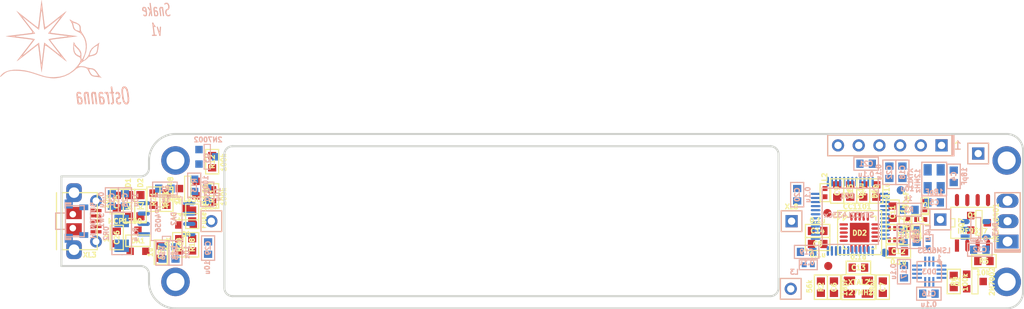
<source format=kicad_pcb>
(kicad_pcb (version 20210126) (generator pcbnew)
  (layers (0 "F.Cu" signal) (1 "In1.Cu" signal) (2 "In2.Cu" signal) (31 "B.Cu" signal) (36 "B.SilkS" user "B.Silkscreen") (37 "F.SilkS" user "F.Silkscreen") (38 "B.Mask" user) (39 "F.Mask" user) (44 "Edge.Cuts" user))
  (net 0 "")
  (net 1 "GND")
  (net 2 "/BAT_IN")
  (net 3 "/RF1")
  (net 4 "/RF2")
  (net 5 "/RF3")
  (net 6 "/ANT1")
  (net 7 "/ANT2")
  (net 8 "Net-(C6-Pad1)")
  (net 9 "Net-(C7-Pad1)")
  (net 10 "Net-(C8-Pad2)")
  (net 11 "VCC")
  (net 12 "/ACC_PWR")
  (net 13 "PwrMCU")
  (net 14 "/MCU_VDDA")
  (net 15 "/5V_USB")
  (net 16 "+3v3")
  (net 17 "/5V_MID")
  (net 18 "Net-(C31-Pad1)")
  (net 19 "Net-(DA2-Pad2)")
  (net 20 "/IS_CHARGING")
  (net 21 "/ChrgEn")
  (net 22 "/ACC_INT1")
  (net 23 "Net-(DD1-Pad4)")
  (net 24 "Net-(DD1-Pad7)")
  (net 25 "Net-(C4-Pad1)")
  (net 26 "Net-(C5-Pad1)")
  (net 27 "/CC_GDO0")
  (net 28 "/CC_SCK")
  (net 29 "/CC_MISO")
  (net 30 "/CC_MOSI")
  (net 31 "/ADC_BAT_EN")
  (net 32 "/ADC_BAT")
  (net 33 "/CC_GDO2")
  (net 34 "/ACC_CS")
  (net 35 "/ACC_SCK")
  (net 36 "/ACC_MISO")
  (net 37 "/ACC_MOSI")
  (net 38 "/NPX_PWR")
  (net 39 "/DIN0")
  (net 40 "/USB_DM")
  (net 41 "/USB_DP")
  (net 42 "/SWDIO")
  (net 43 "/SWCLK")
  (net 44 "/CC_CS")
  (net 45 "/UART_TX")
  (net 46 "/UART_RX")
  (net 47 "Net-(DD2-Pad17)")
  (net 48 "+BATT")
  (net 49 "Net-(Q3-Pad3)")
  (net 50 "/PWRBTN1")
  (net 51 "Net-(Q6-Pad3)")
  (net 52 "/NPX_CTRL")
  (net 53 "Net-(DD1-Pad6)")
  (net 54 "Net-(DD1-Pad31)")
  (net 55 "/NPX_PWR_EN")
  (net 56 "Net-(Q1-Pad4)")
  (net 58 "Net-(Q6-Pad1)")
  (net 59 "/PWR_UNST")
  (footprint "PCB:Hole2d2_out3d5mm" (layer "F.Cu") (at 105 92.55)
    (fp_text reference "HOLE3" hide)
    (fp_text value "HOLE_METALLED" hide)
    (pad "H" thru_hole circle (at 0 0) (size 3.5 3.5) (drill 2.2) (layers *.Cu *.Mask) (net 1 "GND"))
  )
  (footprint "Diodes:SOD323" (layer "F.Cu") (at 99.3 98.1 90)
    (fp_text reference "D1" (at 2.8 -0.1 90) (layer "F.SilkS") (effects (font (size 0.59944 0.59944) (thickness 0.14986))))
    (fp_text value "PMEG2020")
    (pad "A" smd rect (at 1.30048 0 90) (size 1.00076 1.00076) (layers "F.Cu" "F.Paste" "F.Mask") (net 15 "/5V_USB"))
    (pad "C" smd rect (at -1.30048 0 90) (size 1.00076 1.00076) (layers "F.Cu" "F.Paste" "F.Mask") (net 59 "/PWR_UNST"))
  )
  (footprint "Connectors:PLS-1Square" (layer "F.Cu") (at 203.5 91.7)
    (fp_text reference "XL5" hide)
    (fp_text value "CONN_1" hide)
    (pad "1" thru_hole rect (at 0 0) (size 1.5 1.5) (drill 0.9) (layers *.Cu *.Mask) (net 1 "GND"))
  )
  (footprint "Connectors:USBmicro_MOLEX_1050170001" (layer "F.Cu") (at 91.1 100 -90)
    (fp_text reference "XL3" (at 4.14 -3.38 180) (layer "F.SilkS") (effects (font (size 0.6 0.6))))
    (fp_text value "USB_MICRO_6H" hide)
    (pad "1" smd rect (at -1.3 -4.15 270) (size 0.4 1.35) (layers "F.Cu" "F.Paste" "F.Mask") (net 15 "/5V_USB"))
    (pad "2" smd rect (at -0.65 -4.15 270) (size 0.4 1.35) (layers "F.Cu" "F.Paste" "F.Mask") (net 40 "/USB_DM"))
    (pad "3" smd rect (at 0 -4.15 270) (size 0.4 1.35) (layers "F.Cu" "F.Paste" "F.Mask") (net 41 "/USB_DP"))
    (pad "4" smd rect (at 0.65 -4.15 270) (size 0.4 1.35) (layers "F.Cu" "F.Paste" "F.Mask") (net 1 "GND"))
    (pad "5" smd rect (at 1.3 -4.15 270) (size 0.4 1.35) (layers "F.Cu" "F.Paste" "F.Mask") (net 1 "GND"))
    (pad "H1" thru_hole roundrect (at -3.5 -1.45 270) (size 2.3 1.9) (drill 1.3) (layers *.Cu *.Mask) (roundrect_rratio 0.316))
    (pad "H2" thru_hole circle (at -2.5 -4.15 270) (size 1.45 1.45) (drill 0.85) (layers *.Cu *.Mask))
    (pad "H3" thru_hole roundrect (at 3.5 -1.45 270) (size 2.3 1.9) (drill 1.3) (layers *.Cu *.Mask) (roundrect_rratio 0.316))
    (pad "H4" thru_hole circle (at 2.5 -4.15 270) (size 1.45 1.45) (drill 0.85) (layers *.Cu *.Mask))
    (pad "H5" smd rect (at -1 -1.45 270) (size 1.5 1.9) (layers "F.Cu" "F.Paste" "F.Mask"))
    (pad "H6" smd rect (at 1 -1.45 270) (size 1.5 1.9) (layers "F.Cu" "F.Paste" "F.Mask"))
  )
  (footprint "PCB:Hole2d2_out3d5mm" (layer "F.Cu") (at 207 107.45)
    (fp_text reference "HOLE4" hide)
    (fp_text value "HOLE_METALLED" hide)
    (pad "H" thru_hole circle (at 0 0) (size 3.5 3.5) (drill 2.2) (layers *.Cu *.Mask) (net 1 "GND"))
  )
  (footprint "Resistors:RES_0603" (layer "F.Cu") (at 107.05 102.9 -90)
    (fp_text reference "R18" (at 0 0 90) (layer "F.SilkS") (effects (font (size 0.6 0.6))))
    (fp_text value "10k" (at -0.1 1.4 90) (layer "F.SilkS") (effects (font (size 0.6 0.6))))
    (pad "1" smd rect (at -0.75 0 270) (size 0.9 1) (layers "F.Cu" "F.Paste" "F.Mask") (net 2 "/BAT_IN"))
    (pad "2" smd rect (at 0.75 0 270) (size 0.9 1) (layers "F.Cu" "F.Paste" "F.Mask") (net 51 "Net-(Q6-Pad3)"))
  )
  (footprint "Capacitors:CAP_0603_Silks" (layer "F.Cu") (at 183.8 102.8)
    (fp_text reference "C8" (at 0 0 180) (layer "F.SilkS") (effects (font (size 0.6 0.6))))
    (fp_text value "0.1u" (at 0.011396 1.303049 180) (layer "F.SilkS") (effects (font (size 0.6 0.6))))
    (pad "1" smd rect (at -0.762 0) (size 0.889 1.016) (layers "F.Cu" "F.Paste" "F.Mask") (net 1 "GND"))
    (pad "2" smd rect (at 0.762 0) (size 0.889 1.016) (layers "F.Cu" "F.Paste" "F.Mask") (net 10 "Net-(C8-Pad2)"))
  )
  (footprint "Capacitors:CAP_0402" (layer "F.Cu") (at 194.85 100.3 -90)
    (fp_text reference "C1" (at 0 0 90) (layer "F.SilkS") (effects (font (size 0.5 0.5) (thickness 0.125))))
    (fp_text value "100pF" (at -2.6 0.2 90) (layer "F.SilkS") (effects (font (size 0.6 0.6))))
    (pad "1" smd rect (at -0.5 0 270) (size 0.6 0.6) (layers "F.Cu" "F.Paste" "F.Mask") (net 6 "/ANT1"))
    (pad "2" smd rect (at 0.5 0 270) (size 0.6 0.6) (layers "F.Cu" "F.Paste" "F.Mask") (net 5 "/RF3"))
  )
  (footprint "Resistors:RES_0603" (layer "F.Cu") (at 105.45 102.9 -90)
    (fp_text reference "R20" (at 0 0 90) (layer "F.SilkS") (effects (font (size 0.6 0.6))))
    (fp_text value "10k" (at -0.1 1.4 90) (layer "F.SilkS") (effects (font (size 0.6 0.6))))
    (pad "1" smd rect (at -0.75 0 270) (size 0.9 1) (layers "F.Cu" "F.Paste" "F.Mask") (net 50 "/PWRBTN1"))
    (pad "2" smd rect (at 0.75 0 270) (size 0.9 1) (layers "F.Cu" "F.Paste" "F.Mask") (net 51 "Net-(Q6-Pad3)"))
  )
  (footprint "QFN_DFN:QFN20" (layer "F.Cu") (at 188.95 101.4)
    (fp_text reference "DD2" (at 0 0.05) (layer "F.SilkS") (effects (font (size 0.6 0.6))))
    (fp_text value "CC1101" (at -0.3 -3.2) (layer "F.SilkS") (effects (font (size 0.6 0.6))))
    (fp_text user "1" (at -3.04 -2.1) (layer "F.SilkS") (effects (font (size 0.6 0.6))))
    (pad "1" smd rect (at -1.95 -1) (size 1 0.28) (layers "F.Cu" "F.Mask") (net 28 "/CC_SCK"))
    (pad "2" smd oval (at -1.95 -0.5) (size 1 0.28) (layers "F.Cu" "F.Mask") (net 29 "/CC_MISO"))
    (pad "3" smd oval (at -1.95 0) (size 1 0.28) (layers "F.Cu" "F.Mask") (net 33 "/CC_GDO2"))
    (pad "4" smd oval (at -1.95 0.5) (size 1 0.28) (layers "F.Cu" "F.Mask") (net 11 "VCC"))
    (pad "5" smd oval (at -1.95 1) (size 1 0.28) (layers "F.Cu" "F.Mask") (net 10 "Net-(C8-Pad2)"))
    (pad "6" smd oval (at -1 1.95 90) (size 1 0.28) (layers "F.Cu" "F.Mask") (net 27 "/CC_GDO0"))
    (pad "7" smd oval (at -0.5 1.95 90) (size 1 0.28) (layers "F.Cu" "F.Mask") (net 44 "/CC_CS"))
    (pad "8" smd oval (at 0 1.95 90) (size 1 0.28) (layers "F.Cu" "F.Mask") (net 8 "Net-(C6-Pad1)"))
    (pad "9" smd oval (at 0.5 1.95 90) (size 1 0.28) (layers "F.Cu" "F.Mask") (net 11 "VCC"))
    (pad "10" smd oval (at 1 1.95 90) (size 1 0.28) (layers "F.Cu" "F.Mask") (net 9 "Net-(C7-Pad1)"))
    (pad "11" smd oval (at 1.95 1 180) (size 1 0.28) (layers "F.Cu" "F.Mask") (net 11 "VCC"))
    (pad "12" smd oval (at 1.95 0.5 180) (size 1 0.28) (layers "F.Cu" "F.Mask") (net 3 "/RF1"))
    (pad "13" smd oval (at 1.95 0 180) (size 1 0.28) (layers "F.Cu" "F.Mask") (net 4 "/RF2"))
    (pad "14" smd oval (at 1.95 -0.5 180) (size 1 0.28) (layers "F.Cu" "F.Mask") (net 11 "VCC"))
    (pad "15" smd oval (at 1.95 -1 180) (size 1 0.28) (layers "F.Cu" "F.Mask") (net 11 "VCC"))
    (pad "16" smd oval (at 1 -1.95 90) (size 1 0.28) (layers "F.Cu" "F.Mask") (net 1 "GND"))
    (pad "17" smd oval (at 0.5 -1.95 90) (size 1 0.28) (layers "F.Cu" "F.Mask") (net 47 "Net-(DD2-Pad17)"))
    (pad "18" smd oval (at 0 -1.95 90) (size 1 0.28) (layers "F.Cu" "F.Mask") (net 11 "VCC"))
    (pad "19" smd oval (at -0.5 -1.95 90) (size 1 0.28) (layers "F.Cu" "F.Mask") (net 1 "GND"))
    (pad "20" smd oval (at -1 -1.95 90) (size 1 0.28) (layers "F.Cu" "F.Mask") (net 30 "/CC_MOSI"))
    (pad "PAD" smd rect (at 0 0) (size 2.4 2.4) (layers "F.Cu" "F.Paste" "F.Mask") (net 1 "GND"))
  )
  (footprint "Resistors:RES_0603" (layer "F.Cu") (at 204.2 104.9)
    (fp_text reference "R5" (at 0 0) (layer "F.SilkS") (effects (font (size 0.6 0.6))))
    (fp_text value "10k" (at -0.1 1.4) (layer "F.SilkS") (effects (font (size 0.6 0.6))))
    (pad "1" smd rect (at -0.75 0) (size 0.9 1) (layers "F.Cu" "F.Paste" "F.Mask") (net 2 "/BAT_IN"))
    (pad "2" smd rect (at 0.75 0) (size 0.9 1) (layers "F.Cu" "F.Paste" "F.Mask") (net 56 "Net-(Q1-Pad4)"))
  )
  (footprint "SOT:SOT23-3A" (layer "F.Cu") (at 100.4 102.4 180)
    (fp_text reference "DA1" (at 0 0) (layer "F.SilkS") (effects (font (size 0.6 0.6))))
    (fp_text value "MCP1700" (at 1.6 2.4) (layer "F.SilkS") (effects (font (size 0.59944 0.59944) (thickness 0.14986))))
    (pad "1" smd rect (at 0.96 -1.3 180) (size 0.9 0.9) (layers "F.Cu" "F.Paste" "F.Mask") (net 1 "GND"))
    (pad "2" smd rect (at -0.96 -1.3 180) (size 0.9 0.9) (layers "F.Cu" "F.Paste" "F.Mask") (net 16 "+3v3"))
    (pad "3" smd rect (at 0 1.3 180) (size 0.9 0.9) (layers "F.Cu" "F.Paste" "F.Mask") (net 59 "/PWR_UNST"))
  )
  (footprint "Connectors:PLS-1Square" (layer "F.Cu") (at 180.6 100)
    (fp_text reference "XL8" (at 0 -1.778) (layer "F.SilkS") (effects (font (size 0.6 0.6))))
    (fp_text value "CONN_1" hide)
    (pad "1" thru_hole rect (at 0 0) (size 1.5 1.5) (drill 0.9) (layers *.Cu *.Mask) (net 1 "GND"))
  )
  (footprint "Inductors:IND_0402" (layer "F.Cu") (at 184.7 96.5 90)
    (fp_text reference "L2" (at 1.9 -0.05 90) (layer "F.SilkS") (effects (font (size 0.6 0.6))))
    (fp_text value "BLM15AG102SN1" hide)
    (pad "1" smd rect (at -0.5 0 90) (size 0.6 0.6) (layers "F.Cu" "F.Paste" "F.Mask") (net 11 "VCC"))
    (pad "2" smd rect (at 0.5 0 90) (size 0.6 0.6) (layers "F.Cu" "F.Paste" "F.Mask") (net 16 "+3v3"))
  )
  (footprint "PCB:TESTPOINT_1MM" (layer "F.Cu") (at 185 99)
    (fp_text reference "TP2" hide)
    (fp_text value "TESTPOINT" hide)
    (pad "1" smd circle (at 0 0) (size 1 1) (layers "F.Cu" "F.Mask") (net 33 "/CC_GDO2"))
  )
  (footprint "Capacitors:CAP_0603_Silks" (layer "F.Cu") (at 193 98.9 90)
    (fp_text reference "C11" (at 0 0 270) (layer "F.SilkS") (effects (font (size 0.6 0.6))))
    (fp_text value "0.1u" (at 0.011396 1.303049 270) (layer "F.SilkS") (effects (font (size 0.6 0.6))))
    (pad "1" smd rect (at -0.762 0 90) (size 0.889 1.016) (layers "F.Cu" "F.Paste" "F.Mask") (net 11 "VCC"))
    (pad "2" smd rect (at 0.762 0 90) (size 0.889 1.016) (layers "F.Cu" "F.Paste" "F.Mask") (net 1 "GND"))
  )
  (footprint "PCB:Hole2d2_out3d5mm" (layer "F.Cu") (at 105 107.45)
    (fp_text reference "HOLE1" hide)
    (fp_text value "HOLE_METALLED" hide)
    (pad "H" thru_hole circle (at 0 0) (size 3.5 3.5) (drill 2.2) (layers *.Cu *.Mask) (net 1 "GND"))
  )
  (footprint "Quartz:03225C4" (layer "F.Cu") (at 188.8 108.1)
    (fp_text reference "XTAL2" (at 0.05 -0.6) (layer "F.SilkS") (effects (font (size 0.59944 0.59944) (thickness 0.14986))))
    (fp_text value "27MHz" (at 0.254 0.65) (layer "F.SilkS") (effects (font (size 0.59944 0.59944) (thickness 0.14986))))
    (pad "1" smd rect (at -1.1 0.8) (size 1.4 1) (layers "F.Cu" "F.Paste" "F.Mask") (net 8 "Net-(C6-Pad1)"))
    (pad "2" smd rect (at 1.1 -0.8) (size 1.4 1) (layers "F.Cu" "F.Paste" "F.Mask") (net 9 "Net-(C7-Pad1)"))
    (pad "H" smd rect (at -1.1 -0.8) (size 1.4 1) (layers "F.Cu" "F.Paste" "F.Mask") (net 1 "GND"))
    (pad "H" smd rect (at 1.1 0.8) (size 1.4 1) (layers "F.Cu" "F.Paste" "F.Mask") (net 1 "GND"))
  )
  (footprint "Capacitors:CAP_0402" (layer "F.Cu") (at 196.95 98.1 90)
    (fp_text reference "C3" (at 0 0 90) (layer "F.SilkS") (effects (font (size 0.5 0.5) (thickness 0.125))))
    (fp_text value "*" hide)
    (pad "1" smd rect (at -0.5 0 90) (size 0.6 0.6) (layers "F.Cu" "F.Paste" "F.Mask") (net 7 "/ANT2"))
    (pad "2" smd rect (at 0.5 0 90) (size 0.6 0.6) (layers "F.Cu" "F.Paste" "F.Mask") (net 1 "GND"))
  )
  (footprint "Resistors:RES_0603" (layer "F.Cu") (at 103.9 97.3 90)
    (fp_text reference "R19" (at 0 0 90) (layer "F.SilkS") (effects (font (size 0.6 0.6))))
    (fp_text value "1M" (at -0.1 1.4 90) (layer "F.SilkS") (effects (font (size 0.6 0.6))))
    (pad "1" smd rect (at -0.75 0 90) (size 0.9 1) (layers "F.Cu" "F.Paste" "F.Mask") (net 48 "+BATT"))
    (pad "2" smd rect (at 0.75 0 90) (size 0.9 1) (layers "F.Cu" "F.Paste" "F.Mask") (net 18 "Net-(C31-Pad1)"))
  )
  (footprint "Resistors:RES_0603" (layer "F.Cu") (at 184.2 108.1 -90)
    (fp_text reference "R2" (at 0 0 -90) (layer "F.SilkS") (effects (font (size 0.6 0.6))))
    (fp_text value "56k" (at -0.1 1.4 -90) (layer "F.SilkS") (effects (font (size 0.6 0.6))))
    (pad "1" smd rect (at -0.75 0 270) (size 0.9 1) (layers "F.Cu" "F.Paste" "F.Mask") (net 44 "/CC_CS"))
    (pad "2" smd rect (at 0.75 0 270) (size 0.9 1) (layers "F.Cu" "F.Paste" "F.Mask") (net 11 "VCC"))
  )
  (footprint "Resistors:RES_0603_FUSE" (layer "F.Cu") (at 107.05 99.4 90)
    (fp_text reference "F1" (at -0.0635 -1.27 90) (layer "F.SilkS") (effects (font (size 0.6 0.6))))
    (fp_text value "Fuse0R" (at 0.09906 1.39954 90) (layer "F.SilkS") (effects (font (size 0.6 0.6))))
    (pad "1" smd rect (at -0.66 0 90) (size 1.08 1) (layers "F.Cu" "F.Paste" "F.Mask") (net 2 "/BAT_IN"))
    (pad "2" smd rect (at 0.66 0 90) (size 1.08 1) (layers "F.Cu" "F.Paste" "F.Mask") (net 48 "+BATT"))
  )
  (footprint "Capacitors:CAP_0603_Silks" (layer "F.Cu") (at 188.8 105.7 180)
    (fp_text reference "C13" (at 0 0) (layer "F.SilkS") (effects (font (size 0.6 0.6))))
    (fp_text value "0.1u" (at 0.011396 1.303049) (layer "F.SilkS") (effects (font (size 0.6 0.6))))
    (pad "1" smd rect (at -0.762 0 180) (size 0.889 1.016) (layers "F.Cu" "F.Paste" "F.Mask") (net 11 "VCC"))
    (pad "2" smd rect (at 0.762 0 180) (size 0.889 1.016) (layers "F.Cu" "F.Paste" "F.Mask") (net 1 "GND"))
  )
  (footprint "Resistors:RES_0603" (layer "F.Cu") (at 109.5 92.7 90)
    (fp_text reference "R12" (at 0 0 90) (layer "F.SilkS") (effects (font (size 0.6 0.6))))
    (fp_text value "100k" (at -0.1 1.4 90) (layer "F.SilkS") (effects (font (size 0.6 0.6))))
    (pad "1" smd rect (at -0.75 0 90) (size 0.9 1) (layers "F.Cu" "F.Paste" "F.Mask") (net 32 "/ADC_BAT"))
    (pad "2" smd rect (at 0.75 0 90) (size 0.9 1) (layers "F.Cu" "F.Paste" "F.Mask") (net 49 "Net-(Q3-Pad3)"))
  )
  (footprint "SOT:SOT23-3" (layer "F.Cu") (at 106.3 99.45 180)
    (fp_text reference "Q4" (at 0 -2.159) (layer "F.SilkS") (effects (font (size 0.6 0.6))))
    (fp_text value "IRLML9303" (at 0 2.10058) (layer "F.SilkS") (effects (font (size 0.59944 0.59944) (thickness 0.14986))))
    (pad "1" smd rect (at 0.889 -1.016 180) (size 0.9144 0.9144) (layers "F.Cu" "F.Paste" "F.Mask") (net 50 "/PWRBTN1"))
    (pad "2" smd rect (at -0.889 -1.016 180) (size 0.9144 0.9144) (layers "F.Cu" "F.Paste" "F.Mask") (net 2 "/BAT_IN"))
    (pad "3" smd rect (at 0 1.016 180) (size 0.9144 0.9144) (layers "F.Cu" "F.Paste" "F.Mask") (net 48 "+BATT"))
  )
  (footprint "Resistors:RES_0603" (layer "F.Cu") (at 189.4 96.3 90)
    (fp_text reference "R4" (at 0 0 270) (layer "F.SilkS") (effects (font (size 0.6 0.6))))
    (fp_text value "56k" (at -0.1 1.4 270) (layer "F.SilkS") (effects (font (size 0.6 0.6))))
    (pad "1" smd rect (at -0.75 0 90) (size 0.9 1) (layers "F.Cu" "F.Paste" "F.Mask") (net 47 "Net-(DD2-Pad17)"))
    (pad "2" smd rect (at 0.75 0 90) (size 0.9 1) (layers "F.Cu" "F.Paste" "F.Mask") (net 1 "GND"))
  )
  (footprint "Capacitors:CAP_0603_Silks" (layer "F.Cu") (at 183.8 101.2 180)
    (fp_text reference "C14" (at 0 0) (layer "F.SilkS") (effects (font (size 0.6 0.6))))
    (fp_text value "0.1u" (at 0.011396 1.303049) (layer "F.SilkS") (effects (font (size 0.6 0.6))))
    (pad "1" smd rect (at -0.762 0 180) (size 0.889 1.016) (layers "F.Cu" "F.Paste" "F.Mask") (net 11 "VCC"))
    (pad "2" smd rect (at 0.762 0 180) (size 0.889 1.016) (layers "F.Cu" "F.Paste" "F.Mask") (net 1 "GND"))
  )
  (footprint "Capacitors:CAP_0603_Silks" (layer "F.Cu") (at 97.8 102 -90)
    (fp_text reference "C26" (at 0 0 90) (layer "F.SilkS") (effects (font (size 0.6 0.6))))
    (fp_text value "1u" (at 0.011396 1.303049 90) (layer "F.SilkS") (effects (font (size 0.6 0.6))))
    (pad "1" smd rect (at -0.762 0 270) (size 0.889 1.016) (layers "F.Cu" "F.Paste" "F.Mask") (net 59 "/PWR_UNST"))
    (pad "2" smd rect (at 0.762 0 270) (size 0.889 1.016) (layers "F.Cu" "F.Paste" "F.Mask") (net 1 "GND"))
  )
  (footprint "SOT:SOT23-3" (layer "F.Cu") (at 203.1 107.4 90)
    (fp_text reference "Q2" (at 0 -2.159 90) (layer "F.SilkS") (effects (font (size 0.6 0.6))))
    (fp_text value "2N7002" (at 0 2.10058 90) (layer "F.SilkS") (effects (font (size 0.59944 0.59944) (thickness 0.14986))))
    (pad "1" smd rect (at 0.889 -1.016 90) (size 0.9144 0.9144) (layers "F.Cu" "F.Paste" "F.Mask") (net 55 "/NPX_PWR_EN"))
    (pad "2" smd rect (at -0.889 -1.016 90) (size 0.9144 0.9144) (layers "F.Cu" "F.Paste" "F.Mask") (net 1 "GND"))
    (pad "3" smd rect (at 0 1.016 90) (size 0.9144 0.9144) (layers "F.Cu" "F.Paste" "F.Mask") (net 56 "Net-(Q1-Pad4)"))
  )
  (footprint "PCB:TESTPOINT_1MM" (layer "F.Cu") (at 185.1 105.5)
    (fp_text reference "TP1" hide)
    (fp_text value "TESTPOINT" hide)
    (pad "1" smd circle (at 0 0) (size 1 1) (layers "F.Cu" "F.Mask") (net 27 "/CC_GDO0"))
  )
  (footprint "Connectors:PLS-1Rnd" (layer "F.Cu") (at 109.4 100)
    (fp_text reference "XL7" (at 0 -1.778) (layer "F.SilkS") (effects (font (size 0.6 0.6))))
    (fp_text value "CONN_1" hide)
    (pad "1" thru_hole circle (at 0 0) (size 1.5 1.5) (drill 0.9) (layers *.Cu *.Mask) (net 2 "/BAT_IN"))
  )
  (footprint "Diodes:SOD323" (layer "F.Cu") (at 100.7 98.1 90)
    (fp_text reference "D2" (at 2.8 0 90) (layer "F.SilkS") (effects (font (size 0.59944 0.59944) (thickness 0.14986))))
    (fp_text value "PMEG2020")
    (pad "A" smd rect (at 1.30048 0 90) (size 1.00076 1.00076) (layers "F.Cu" "F.Paste" "F.Mask") (net 48 "+BATT"))
    (pad "C" smd rect (at -1.30048 0 90) (size 1.00076 1.00076) (layers "F.Cu" "F.Paste" "F.Mask") (net 59 "/PWR_UNST"))
  )
  (footprint "SOT:SOT23-3" (layer "F.Cu") (at 203.6 100.2 90)
    (fp_text reference "Q7" (at 0 -2.159 90) (layer "F.SilkS") (effects (font (size 0.6 0.6))))
    (fp_text value "IRLML6401" (at 0 2.10058 90) (layer "F.SilkS") (effects (font (size 0.59944 0.59944) (thickness 0.14986))))
    (pad "1" smd rect (at 0.889 -1.016 90) (size 0.9144 0.9144) (layers "F.Cu" "F.Paste" "F.Mask") (net 56 "Net-(Q1-Pad4)"))
    (pad "2" smd rect (at -0.889 -1.016 90) (size 0.9144 0.9144) (layers "F.Cu" "F.Paste" "F.Mask") (net 2 "/BAT_IN"))
    (pad "3" smd rect (at 0 1.016 90) (size 0.9144 0.9144) (layers "F.Cu" "F.Paste" "F.Mask") (net 38 "/NPX_PWR"))
  )
  (footprint "PCB:Hole2d2_out3d5mm" (layer "F.Cu") (at 207 92.55)
    (fp_text reference "HOLE2" hide)
    (fp_text value "HOLE_METALLED" hide)
    (pad "H" thru_hole circle (at 0 0) (size 3.5 3.5) (drill 2.2) (layers *.Cu *.Mask) (net 1 "GND"))
  )
  (footprint "Capacitors:CAP_0603_Silks" (layer "F.Cu") (at 97.8 97.6 -90)
    (fp_text reference "C25" (at 0 0 90) (layer "F.SilkS") (effects (font (size 0.6 0.6))))
    (fp_text value "10n" (at 0.011396 1.303049 90) (layer "F.SilkS") (effects (font (size 0.6 0.6))))
    (pad "1" smd rect (at -0.762 0 270) (size 0.889 1.016) (layers "F.Cu" "F.Paste" "F.Mask") (net 1 "GND"))
    (pad "2" smd rect (at 0.762 0 270) (size 0.889 1.016) (layers "F.Cu" "F.Paste" "F.Mask") (net 15 "/5V_USB"))
  )
  (footprint "Capacitors:CAP_0603_Silks" (layer "F.Cu") (at 187.8 96.3 90)
    (fp_text reference "C15" (at 0 0 270) (layer "F.SilkS") (effects (font (size 0.6 0.6))))
    (fp_text value "0.1u" (at 0.011396 1.303049 270) (layer "F.SilkS") (effects (font (size 0.6 0.6))))
    (pad "1" smd rect (at -0.762 0 90) (size 0.889 1.016) (layers "F.Cu" "F.Paste" "F.Mask") (net 11 "VCC"))
    (pad "2" smd rect (at 0.762 0 90) (size 0.889 1.016) (layers "F.Cu" "F.Paste" "F.Mask") (net 1 "GND"))
  )
  (footprint "Resistors:RES_0603" (layer "F.Cu") (at 109.5 96.9 90)
    (fp_text reference "R11" (at 0 0 90) (layer "F.SilkS") (effects (font (size 0.6 0.6))))
    (fp_text value "100k" (at -0.1 1.4 90) (layer "F.SilkS") (effects (font (size 0.6 0.6))))
    (pad "1" smd rect (at -0.75 0 90) (size 0.9 1) (layers "F.Cu" "F.Paste" "F.Mask") (net 48 "+BATT"))
    (pad "2" smd rect (at 0.75 0 90) (size 0.9 1) (layers "F.Cu" "F.Paste" "F.Mask") (net 32 "/ADC_BAT"))
  )
  (footprint "SOT:SOT23-3" (layer "F.Cu") (at 106.5 96 -90)
    (fp_text reference "Q6" (at 0 -2.159 90) (layer "F.SilkS") (effects (font (size 0.6 0.6))))
    (fp_text value "BC848" (at 0 2.10058 90) (layer "F.SilkS") (effects (font (size 0.59944 0.59944) (thickness 0.14986))))
    (pad "1" smd rect (at 0.889 -1.016 270) (size 0.9144 0.9144) (layers "F.Cu" "F.Paste" "F.Mask") (net 58 "Net-(Q6-Pad1)"))
    (pad "2" smd rect (at -0.889 -1.016 270) (size 0.9144 0.9144) (layers "F.Cu" "F.Paste" "F.Mask") (net 1 "GND"))
    (pad "3" smd rect (at 0 1.016 270) (size 0.9144 0.9144) (layers "F.Cu" "F.Paste" "F.Mask") (net 51 "Net-(Q6-Pad3)"))
  )
  (footprint "Connectors:PLS-6" (layer "F.Cu") (at 199 90.7 180)
    (fp_text reference "XL1" hide)
    (fp_text value "CONN_6" hide)
    (fp_text user "1" (at -2 0) (layer "B.SilkS") (effects (justify mirror)))
    (fp_text user "1" (at -2 0) (layer "F.SilkS"))
    (pad "1" thru_hole rect (at 0 0 180) (size 1.5 1.5) (drill 0.9) (layers *.Cu *.Mask) (net 13 "PwrMCU"))
    (pad "2" thru_hole circle (at 2.54 0 180) (size 1.5 1.5) (drill 0.9) (layers *.Cu *.Mask) (net 43 "/SWCLK"))
    (pad "3" thru_hole circle (at 5.08 0 180) (size 1.5 1.5) (drill 0.9) (layers *.Cu *.Mask) (net 1 "GND"))
    (pad "4" thru_hole circle (at 7.62 0 180) (size 1.5 1.5) (drill 0.9) (layers *.Cu *.Mask) (net 42 "/SWDIO"))
    (pad "5" thru_hole circle (at 10.16 0 180) (size 1.5 1.5) (drill 0.9) (layers *.Cu *.Mask) (net 45 "/UART_TX"))
    (pad "6" thru_hole circle (at 12.7 0 180) (size 1.5 1.5) (drill 0.9) (layers *.Cu *.Mask) (net 46 "/UART_RX"))
  )
  (footprint "Connectors:SLD_3_2D5" (layer "F.Cu") (at 207.1 100 90)
    (fp_text reference "XL6" hide)
    (fp_text value "CONN_3" hide)
    (pad "1" thru_hole rect (at -2.5 0 90) (size 1.7 2.7) (drill 1.2) (layers *.Cu *.Mask) (net 1 "GND"))
    (pad "2" thru_hole oval (at 0 0 90) (size 1.7 2.7) (drill 1) (layers *.Cu *.Mask) (net 39 "/DIN0"))
    (pad "3" thru_hole oval (at 2.5 0 90) (size 1.7 2.7) (drill 1.2) (layers *.Cu *.Mask) (net 38 "/NPX_PWR"))
  )
  (footprint "Inductors:IND_0402" (layer "F.Cu") (at 196.45 99.8 180)
    (fp_text reference "L1" (at 0 0) (layer "F.SilkS") (effects (font (size 0.6 0.6))))
    (fp_text value "*" hide)
    (pad "1" smd rect (at -0.5 0 180) (size 0.6 0.6) (layers "F.Cu" "F.Paste" "F.Mask") (net 7 "/ANT2"))
    (pad "2" smd rect (at 0.5 0 180) (size 0.6 0.6) (layers "F.Cu" "F.Paste" "F.Mask") (net 6 "/ANT1"))
  )
  (footprint "Radio:BALUN_JOHANSON868" (layer "F.Cu") (at 193.25 101.59)
    (fp_text reference "BLN1" (at 2.35 0.21) (layer "F.SilkS") (effects (font (size 0.6 0.6))))
    (fp_text value "BALUN868JOHANSON" hide)
    (fp_text user "1" (at 1.5 -0.69) (layer "F.SilkS") (effects (font (size 0.6 0.6))))
    (pad "1" smd rect (at 0.65 -0.7) (size 0.35 0.6) (layers "F.Cu" "F.Paste" "F.Mask") (net 5 "/RF3"))
    (pad "2" smd rect (at 0 -0.7) (size 0.35 0.6) (layers "F.Cu" "F.Paste" "F.Mask") (net 1 "GND"))
    (pad "3" smd rect (at -0.65 -0.7) (size 0.35 0.6) (layers "F.Cu" "F.Paste" "F.Mask") (net 4 "/RF2"))
    (pad "4" smd rect (at -0.65 0.7) (size 0.35 0.6) (layers "F.Cu" "F.Paste" "F.Mask") (net 3 "/RF1"))
    (pad "5" smd rect (at 0 0.7) (size 0.35 0.6) (layers "F.Cu" "F.Paste" "F.Mask") (net 1 "GND"))
    (pad "6" smd rect (at 0.65 0.7) (size 0.35 0.6) (layers "F.Cu" "F.Paste" "F.Mask") (net 1 "GND"))
  )
  (footprint "Capacitors:CAP_0603_Silks" (layer "F.Cu") (at 103.2 103.8 -90)
    (fp_text reference "C27" (at 0 0 90) (layer "F.SilkS") (effects (font (size 0.6 0.6))))
    (fp_text value "1u" (at 0.011396 1.303049 90) (layer "F.SilkS") (effects (font (size 0.6 0.6))))
    (pad "1" smd rect (at -0.762 0 270) (size 0.889 1.016) (layers "F.Cu" "F.Paste" "F.Mask") (net 16 "+3v3"))
    (pad "2" smd rect (at 0.762 0 270) (size 0.889 1.016) (layers "F.Cu" "F.Paste" "F.Mask") (net 1 "GND"))
  )
  (footprint "Resistors:RES_0603" (layer "F.Cu") (at 102.3 97.3 90)
    (fp_text reference "R21" (at 0 0 90) (layer "F.SilkS") (effects (font (size 0.6 0.6))))
    (fp_text value "100k" (at -0.1 1.4 90) (layer "F.SilkS") (effects (font (size 0.6 0.6))))
    (pad "1" smd rect (at -0.75 0 90) (size 0.9 1) (layers "F.Cu" "F.Paste" "F.Mask") (net 48 "+BATT"))
    (pad "2" smd rect (at 0.75 0 90) (size 0.9 1) (layers "F.Cu" "F.Paste" "F.Mask") (net 58 "Net-(Q6-Pad1)"))
  )
  (footprint "Capacitors:CAP_0603_Silks" (layer "F.Cu") (at 186.2 96.3 90)
    (fp_text reference "C9" (at 0 0 270) (layer "F.SilkS") (effects (font (size 0.6 0.6))))
    (fp_text value "1u" (at 0.011396 1.303049 270) (layer "F.SilkS") (effects (font (size 0.6 0.6))))
    (pad "1" smd rect (at -0.762 0 90) (size 0.889 1.016) (layers "F.Cu" "F.Paste" "F.Mask") (net 11 "VCC"))
    (pad "2" smd rect (at 0.762 0 90) (size 0.889 1.016) (layers "F.Cu" "F.Paste" "F.Mask") (net 1 "GND"))
  )
  (footprint "Capacitors:CAP_0603_Silks" (layer "F.Cu") (at 193.7 103.7)
    (fp_text reference "C12" (at 0 0) (layer "F.SilkS") (effects (font (size 0.6 0.6))))
    (fp_text value "0.1u" (at 0.011396 1.303049) (layer "F.SilkS") (effects (font (size 0.6 0.6))))
    (pad "1" smd rect (at -0.762 0) (size 0.889 1.016) (layers "F.Cu" "F.Paste" "F.Mask") (net 11 "VCC"))
    (pad "2" smd rect (at 0.762 0) (size 0.889 1.016) (layers "F.Cu" "F.Paste" "F.Mask") (net 1 "GND"))
  )
  (footprint "Capacitors:CAP_0603_Silks" (layer "F.Cu") (at 191 96.3 90)
    (fp_text reference "C10" (at 0 0 270) (layer "F.SilkS") (effects (font (size 0.6 0.6))))
    (fp_text value "0.1u" (at 0.011396 1.303049 270) (layer "F.SilkS") (effects (font (size 0.6 0.6))))
    (pad "1" smd rect (at -0.762 0 90) (size 0.889 1.016) (layers "F.Cu" "F.Paste" "F.Mask") (net 11 "VCC"))
    (pad "2" smd rect (at 0.762 0 90) (size 0.889 1.016) (layers "F.Cu" "F.Paste" "F.Mask") (net 1 "GND"))
  )
  (footprint "Capacitors:CAP_0603_Silks" (layer "F.Cu") (at 185.8 108.1 90)
    (fp_text reference "C6" (at 0 0 270) (layer "F.SilkS") (effects (font (size 0.6 0.6))))
    (fp_text value "18pF" (at 0.011396 1.303049 270) (layer "F.SilkS") (effects (font (size 0.6 0.6))))
    (pad "1" smd rect (at -0.762 0 90) (size 0.889 1.016) (layers "F.Cu" "F.Paste" "F.Mask") (net 8 "Net-(C6-Pad1)"))
    (pad "2" smd rect (at 0.762 0 90) (size 0.889 1.016) (layers "F.Cu" "F.Paste" "F.Mask") (net 1 "GND"))
  )
  (footprint "Connectors:PLS-1Square" (layer "F.Cu") (at 198.85 99.8 -90)
    (fp_text reference "XL4" hide)
    (fp_text value "CONN_1" hide)
    (pad "1" thru_hole rect (at 0 0 270) (size 1.5 1.5) (drill 0.9) (layers *.Cu *.Mask) (net 7 "/ANT2"))
  )
  (footprint "SO_DIL_TSSOP:SO8_150MIL" (layer "F.Cu") (at 202.8 100.2)
    (fp_text reference "Q1" (at 0 -0.889) (layer "F.SilkS") (effects (font (size 0.6 0.6))))
    (fp_text value "IRF9317" (at 0 1.016) (layer "F.SilkS") (effects (font (size 0.6 0.6))))
    (pad "1" smd rect (at -1.905 2.794) (size 0.508 1.50114) (layers "F.Cu" "F.Paste" "F.Mask") (net 2 "/BAT_IN"))
    (pad "2" smd oval (at -0.635 2.794) (size 0.508 1.50114) (layers "F.Cu" "F.Paste" "F.Mask") (net 2 "/BAT_IN"))
    (pad "3" smd oval (at 0.635 2.794) (size 0.508 1.50114) (layers "F.Cu" "F.Paste" "F.Mask") (net 2 "/BAT_IN"))
    (pad "4" smd oval (at 1.905 2.794) (size 0.508 1.50114) (layers "F.Cu" "F.Paste" "F.Mask") (net 56 "Net-(Q1-Pad4)"))
    (pad "5" smd oval (at 1.905 -2.794) (size 0.508 1.50114) (layers "F.Cu" "F.Paste" "F.Mask") (net 38 "/NPX_PWR"))
    (pad "6" smd oval (at 0.635 -2.794) (size 0.508 1.50114) (layers "F.Cu" "F.Paste" "F.Mask") (net 38 "/NPX_PWR"))
    (pad "7" smd oval (at -0.635 -2.794) (size 0.508 1.50114) (layers "F.Cu" "F.Paste" "F.Mask") (net 38 "/NPX_PWR"))
    (pad "8" smd oval (at -1.905 -2.794) (size 0.508 1.50114) (layers "F.Cu" "F.Paste" "F.Mask") (net 38 "/NPX_PWR"))
  )
  (footprint "Resistors:RES_0603" (layer "F.Cu") (at 200.5 107.4 90)
    (fp_text reference "R6" (at 0 0 90) (layer "F.SilkS") (effects (font (size 0.6 0.6))))
    (fp_text value "100k" (at -0.1 1.4 90) (layer "F.SilkS") (effects (font (size 0.6 0.6))))
    (pad "1" smd rect (at -0.75 0 90) (size 0.9 1) (layers "F.Cu" "F.Paste" "F.Mask") (net 1 "GND"))
    (pad "2" smd rect (at 0.75 0 90) (size 0.9 1) (layers "F.Cu" "F.Paste" "F.Mask") (net 55 "/NPX_PWR_EN"))
  )
  (footprint "Connectors:PLS-1Rnd" (layer "F.Cu") (at 180.5 108.3)
    (fp_text reference "XL2" hide)
    (fp_text value "CONN_1" hide)
    (pad "1" thru_hole circle (at 0 0) (size 1.5 1.5) (drill 0.9) (layers *.Cu *.Mask) (net 1 "GND"))
  )
  (footprint "Capacitors:CAP_0603_Silks" (layer "F.Cu") (at 191.8 108.1 -90)
    (fp_text reference "C7" (at 0 0 90) (layer "F.SilkS") (effects (font (size 0.6 0.6))))
    (fp_text value "18pF" (at 0.011396 1.303049 90) (layer "F.SilkS") (effects (font (size 0.6 0.6))))
    (pad "1" smd rect (at -0.762 0 270) (size 0.889 1.016) (layers "F.Cu" "F.Paste" "F.Mask") (net 9 "Net-(C7-Pad1)"))
    (pad "2" smd rect (at 0.762 0 270) (size 0.889 1.016) (layers "F.Cu" "F.Paste" "F.Mask") (net 1 "GND"))
  )
  (footprint "Capacitors:CAP_0402" (layer "F.Cu") (at 195.95 101.4 -90)
    (fp_text reference "C2" (at 0 0 90) (layer "F.SilkS") (effects (font (size 0.5 0.5) (thickness 0.125))))
    (fp_text value "*" hide)
    (pad "1" smd rect (at -0.5 0 270) (size 0.6 0.6) (layers "F.Cu" "F.Paste" "F.Mask") (net 6 "/ANT1"))
    (pad "2" smd rect (at 0.5 0 270) (size 0.6 0.6) (layers "F.Cu" "F.Paste" "F.Mask") (net 1 "GND"))
  )
  (footprint "Inductors:IND_0402" (layer "B.Cu") (at 197.35 102.75 90)
    (fp_text reference "L4" (at 1.8 0 270) (layer "B.SilkS") (effects (font (size 0.6 0.6)) (justify mirror)))
    (fp_text value "BLM15AG102SN1" hide)
    (pad "1" smd rect (at -0.5 0 90) (size 0.6 0.6) (layers "B.Cu" "B.Paste" "B.Mask") (net 13 "PwrMCU"))
    (pad "2" smd rect (at 0.5 0 90) (size 0.6 0.6) (layers "B.Cu" "B.Paste" "B.Mask") (net 14 "/MCU_VDDA"))
  )
  (footprint "Capacitors:CAP_0603_Silks" (layer "B.Cu") (at 195.95 101.85 -90)
    (fp_text reference "C23" (at 0 0 -90) (layer "B.SilkS") (effects (font (size 0.6 0.6)) (justify mirror)))
    (fp_text value "1u" (at 0.011396 -1.303049 -90) (layer "B.SilkS") (effects (font (size 0.6 0.6)) (justify mirror)))
    (pad "1" smd rect (at -0.762 0 270) (size 0.889 1.016) (layers "B.Cu" "B.Paste" "B.Mask") (net 14 "/MCU_VDDA"))
    (pad "2" smd rect (at 0.762 0 270) (size 0.889 1.016) (layers "B.Cu" "B.Paste" "B.Mask") (net 1 "GND"))
  )
  (footprint "LGA:14_3x2d5_p0d5" (layer "B.Cu") (at 197.495978 106.2 180)
    (fp_text reference "DD3" (at 0 0) (layer "B.SilkS") (effects (font (size 0.6 0.6)) (justify mirror)))
    (fp_text value "LSM6DS3" (at -0.6 2.6 180) (layer "B.SilkS") (effects (font (size 0.6 0.6)) (justify mirror)))
    (fp_text user "1" (at -1.2 1.7) (layer "B.SilkS") (effects (font (size 0.6 0.6)) (justify mirror)))
    (pad "1" smd rect (at -1.5 0.75 180) (size 1.2 0.25) (layers "B.Cu" "B.Paste" "B.Mask") (net 36 "/ACC_MISO"))
    (pad "2" smd rect (at -1.5 0.25 180) (size 1.2 0.25) (layers "B.Cu" "B.Paste" "B.Mask") (net 1 "GND"))
    (pad "3" smd rect (at -1.5 -0.25 180) (size 1.2 0.25) (layers "B.Cu" "B.Paste" "B.Mask") (net 1 "GND"))
    (pad "4" smd rect (at -1.5 -0.75 180) (size 1.2 0.25) (layers "B.Cu" "B.Paste" "B.Mask") (net 22 "/ACC_INT1"))
    (pad "5" smd rect (at -0.5 -1.25 90) (size 1.2 0.25) (layers "B.Cu" "B.Paste" "B.Mask") (net 12 "/ACC_PWR"))
    (pad "6" smd rect (at 0 -1.25 90) (size 1.2 0.25) (layers "B.Cu" "B.Paste" "B.Mask") (net 1 "GND"))
    (pad "7" smd rect (at 0.5 -1.25 90) (size 1.2 0.25) (layers "B.Cu" "B.Paste" "B.Mask") (net 1 "GND"))
    (pad "8" smd rect (at 1.5 -0.75 180) (size 1.2 0.25) (layers "B.Cu" "B.Paste" "B.Mask") (net 12 "/ACC_PWR"))
    (pad "9" smd rect (at 1.5 -0.25 180) (size 1.2 0.25) (layers "B.Cu" "B.Paste" "B.Mask"))
    (pad "10" smd rect (at 1.5 0.25 180) (size 1.2 0.25) (layers "B.Cu" "B.Paste" "B.Mask"))
    (pad "11" smd rect (at 1.5 0.75 180) (size 1.2 0.25) (layers "B.Cu" "B.Paste" "B.Mask"))
    (pad "12" smd rect (at 0.5 1.25 90) (size 1.2 0.25) (layers "B.Cu" "B.Paste" "B.Mask") (net 34 "/ACC_CS"))
    (pad "13" smd rect (at 0 1.25 90) (size 1.2 0.25) (layers "B.Cu" "B.Paste" "B.Mask") (net 35 "/ACC_SCK"))
    (pad "14" smd rect (at -0.5 1.25 90) (size 1.2 0.25) (layers "B.Cu" "B.Paste" "B.Mask") (net 37 "/ACC_MOSI"))
  )
  (footprint "Capacitors:CAP_0603_Silks" (layer "B.Cu") (at 182.45 103.77 180)
    (fp_text reference "C19" (at 0 0) (layer "B.SilkS") (effects (font (size 0.6 0.6)) (justify mirror)))
    (fp_text value "0.1u" (at 0.011396 -1.303049) (layer "B.SilkS") (effects (font (size 0.6 0.6)) (justify mirror)))
    (pad "1" smd rect (at -0.762 0 180) (size 0.889 1.016) (layers "B.Cu" "B.Paste" "B.Mask") (net 13 "PwrMCU"))
    (pad "2" smd rect (at 0.762 0 180) (size 0.889 1.016) (layers "B.Cu" "B.Paste" "B.Mask") (net 1 "GND"))
  )
  (footprint "LQFP_TQFP:LQFP48" (layer "B.Cu") (at 187.8 99.4 180)
    (fp_text reference "DD1" (at 0.39878 2.499359) (layer "B.SilkS") (effects (font (size 0.59944 0.59944) (thickness 0.14986)) (justify mirror)))
    (fp_text value "STM32L433Cx" (at 0.141421 0.141421) (layer "B.SilkS") (effects (font (size 0.59944 0.59944) (thickness 0.14986)) (justify mirror)))
    (fp_text user "1" (at -3.43 4.33) (layer "B.SilkS") (effects (justify mirror)))
    (pad "1" smd rect (at -4.25 2.75 180) (size 1.2 0.27) (layers "B.Cu" "B.Paste" "B.Mask") (net 13 "PwrMCU"))
    (pad "2" smd oval (at -4.25 2.25 180) (size 1.2 0.27) (layers "B.Cu" "B.Paste" "B.Mask") (net 22 "/ACC_INT1"))
    (pad "3" smd oval (at -4.25 1.75 180) (size 1.2 0.27) (layers "B.Cu" "B.Paste" "B.Mask"))
    (pad "4" smd oval (at -4.25 1.25 180) (size 1.2 0.27) (layers "B.Cu" "B.Paste" "B.Mask") (net 23 "Net-(DD1-Pad4)"))
    (pad "5" smd oval (at -4.25 0.75 180) (size 1.2 0.27) (layers "B.Cu" "B.Paste" "B.Mask") (net 25 "Net-(C4-Pad1)"))
    (pad "6" smd oval (at -4.25 0.25 180) (size 1.2 0.27) (layers "B.Cu" "B.Paste" "B.Mask") (net 53 "Net-(DD1-Pad6)"))
    (pad "7" smd oval (at -4.25 -0.25 180) (size 1.2 0.27) (layers "B.Cu" "B.Paste" "B.Mask") (net 24 "Net-(DD1-Pad7)"))
    (pad "8" smd oval (at -4.25 -0.75 180) (size 1.2 0.27) (layers "B.Cu" "B.Paste" "B.Mask") (net 1 "GND"))
    (pad "9" smd oval (at -4.25 -1.25 180) (size 1.2 0.27) (layers "B.Cu" "B.Paste" "B.Mask") (net 14 "/MCU_VDDA"))
    (pad "10" smd oval (at -4.25 -1.75 180) (size 1.2 0.27) (layers "B.Cu" "B.Paste" "B.Mask"))
    (pad "11" smd oval (at -4.25 -2.25 180) (size 1.2 0.27) (layers "B.Cu" "B.Paste" "B.Mask"))
    (pad "12" smd oval (at -4.25 -2.75 180) (size 1.2 0.27) (layers "B.Cu" "B.Paste" "B.Mask") (net 20 "/IS_CHARGING"))
    (pad "13" smd oval (at -2.75 -4.25 90) (size 1.2 0.27) (layers "B.Cu" "B.Paste" "B.Mask"))
    (pad "14" smd oval (at -2.25 -4.25 90) (size 1.2 0.27) (layers "B.Cu" "B.Paste" "B.Mask") (net 27 "/CC_GDO0"))
    (pad "15" smd oval (at -1.75 -4.25 90) (size 1.2 0.27) (layers "B.Cu" "B.Paste" "B.Mask") (net 28 "/CC_SCK"))
    (pad "16" smd oval (at -1.25 -4.25 90) (size 1.2 0.27) (layers "B.Cu" "B.Paste" "B.Mask") (net 29 "/CC_MISO"))
    (pad "17" smd oval (at -0.75 -4.25 90) (size 1.2 0.27) (layers "B.Cu" "B.Paste" "B.Mask") (net 30 "/CC_MOSI"))
    (pad "18" smd oval (at -0.25 -4.25 90) (size 1.2 0.27) (layers "B.Cu" "B.Paste" "B.Mask") (net 31 "/ADC_BAT_EN"))
    (pad "19" smd oval (at 0.25 -4.25 90) (size 1.2 0.27) (layers "B.Cu" "B.Paste" "B.Mask") (net 32 "/ADC_BAT"))
    (pad "20" smd oval (at 0.75 -4.25 90) (size 1.2 0.27) (layers "B.Cu" "B.Paste" "B.Mask") (net 33 "/CC_GDO2"))
    (pad "21" smd oval (at 1.25 -4.25 90) (size 1.2 0.27) (layers "B.Cu" "B.Paste" "B.Mask"))
    (pad "22" smd oval (at 1.75 -4.25 90) (size 1.2 0.27) (layers "B.Cu" "B.Paste" "B.Mask") (net 12 "/ACC_PWR"))
    (pad "23" smd oval (at 2.25 -4.25 90) (size 1.2 0.27) (layers "B.Cu" "B.Paste" "B.Mask") (net 1 "GND"))
    (pad "24" smd oval (at 2.75 -4.25 90) (size 1.2 0.27) (layers "B.Cu" "B.Paste" "B.Mask") (net 13 "PwrMCU"))
    (pad "25" smd oval (at 4.25 -2.75 180) (size 1.2 0.27) (layers "B.Cu" "B.Paste" "B.Mask") (net 34 "/ACC_CS"))
    (pad "26" smd oval (at 4.25 -2.25 180) (size 1.2 0.27) (layers "B.Cu" "B.Paste" "B.Mask") (net 35 "/ACC_SCK"))
    (pad "27" smd oval (at 4.25 -1.75 180) (size 1.2 0.27) (layers "B.Cu" "B.Paste" "B.Mask") (net 36 "/ACC_MISO"))
    (pad "28" smd oval (at 4.25 -1.25 180) (size 1.2 0.27) (layers "B.Cu" "B.Paste" "B.Mask") (net 37 "/ACC_MOSI"))
    (pad "29" smd oval (at 4.25 -0.75 180) (size 1.2 0.27) (layers "B.Cu" "B.Paste" "B.Mask"))
    (pad "30" smd oval (at 4.25 -0.25 180) (size 1.2 0.27) (layers "B.Cu" "B.Paste" "B.Mask"))
    (pad "31" smd oval (at 4.25 0.25 180) (size 1.2 0.27) (layers "B.Cu" "B.Paste" "B.Mask") (net 54 "Net-(DD1-Pad31)"))
    (pad "32" smd oval (at 4.25 0.75 180) (size 1.2 0.27) (layers "B.Cu" "B.Paste" "B.Mask") (net 40 "/USB_DM"))
    (pad "33" smd oval (at 4.25 1.25 180) (size 1.2 0.27) (layers "B.Cu" "B.Paste" "B.Mask") (net 41 "/USB_DP"))
    (pad "34" smd oval (at 4.25 1.75 180) (size 1.2 0.27) (layers "B.Cu" "B.Paste" "B.Mask") (net 42 "/SWDIO"))
    (pad "35" smd oval (at 4.25 2.25 180) (size 1.2 0.27) (layers "B.Cu" "B.Paste" "B.Mask") (net 1 "GND"))
    (pad "36" smd oval (at 4.25 2.75 180) (size 1.2 0.27) (layers "B.Cu" "B.Paste" "B.Mask") (net 13 "PwrMCU"))
    (pad "37" smd oval (at 2.75 4.25 90) (size 1.2 0.27) (layers "B.Cu" "B.Paste" "B.Mask") (net 43 "/SWCLK"))
    (pad "38" smd oval (at 2.25 4.25 90) (size 1.2 0.27) (layers "B.Cu" "B.Paste" "B.Mask") (net 44 "/CC_CS"))
    (pad "39" smd oval (at 1.75 4.25 90) (size 1.2 0.27) (layers "B.Cu" "B.Paste" "B.Mask"))
    (pad "40" smd oval (at 1.25 4.25 90) (size 1.2 0.27) (layers "B.Cu" "B.Paste" "B.Mask"))
    (pad "41" smd oval (at 0.75 4.25 90) (size 1.2 0.27) (layers "B.Cu" "B.Paste" "B.Mask") (net 52 "/NPX_CTRL"))
    (pad "42" smd oval (at 0.25 4.25 90) (size 1.2 0.27) (layers "B.Cu" "B.Paste" "B.Mask") (net 45 "/UART_TX"))
    (pad "43" smd oval (at -0.25 4.25 90) (size 1.2 0.27) (layers "B.Cu" "B.Paste" "B.Mask") (net 46 "/UART_RX"))
    (pad "44" smd oval (at -0.75 4.25 90) (size 1.2 0.27) (layers "B.Cu" "B.Paste" "B.Mask") (net 1 "GND"))
    (pad "45" smd oval (at -1.25 4.25 90) (size 1.2 0.27) (layers "B.Cu" "B.Paste" "B.Mask") (net 55 "/NPX_PWR_EN"))
    (pad "46" smd oval (at -1.75 4.25 90) (size 1.2 0.27) (layers "B.Cu" "B.Paste" "B.Mask"))
    (pad "47" smd oval (at -2.25 4.25 90) (size 1.2 0.27) (layers "B.Cu" "B.Paste" "B.Mask") (net 1 "GND"))
    (pad "48" smd oval (at -2.75 4.25 90) (size 1.2 0.27) (layers "B.Cu" "B.Paste" "B.Mask") (net 13 "PwrMCU"))
  )
  (footprint "Capacitors:CAP_0603_Silks" (layer "B.Cu") (at 181.287358 96.75 -90)
    (fp_text reference "C20" (at 0 0 -90) (layer "B.SilkS") (effects (font (size 0.6 0.6)) (justify mirror)))
    (fp_text value "0.1u" (at 0.011396 -1.303049 -90) (layer "B.SilkS") (effects (font (size 0.6 0.6)) (justify mirror)))
    (pad "1" smd rect (at -0.762 0 270) (size 0.889 1.016) (layers "B.Cu" "B.Paste" "B.Mask") (net 13 "PwrMCU"))
    (pad "2" smd rect (at 0.762 0 270) (size 0.889 1.016) (layers "B.Cu" "B.Paste" "B.Mask") (net 1 "GND"))
  )
  (footprint "Capacitors:CAP_0603_Silks" (layer "B.Cu") (at 97.2 97.4 90)
    (fp_text reference "C31" (at 0 0 270) (layer "B.SilkS") (effects (font (size 0.6 0.6)) (justify mirror)))
    (fp_text value "0.1u" (at 0.011396 -1.303049 270) (layer "B.SilkS") (effects (font (size 0.6 0.6)) (justify mirror)))
    (pad "1" smd rect (at -0.762 0 90) (size 0.889 1.016) (layers "B.Cu" "B.Paste" "B.Mask") (net 18 "Net-(C31-Pad1)"))
    (pad "2" smd rect (at 0.762 0 90) (size 0.889 1.016) (layers "B.Cu" "B.Paste" "B.Mask") (net 1 "GND"))
  )
  (footprint "Resistors:RES_0603" (layer "B.Cu") (at 103.7 96 180)
    (fp_text reference "R1" (at 0 0) (layer "B.SilkS") (effects (font (size 0.6 0.6)) (justify mirror)))
    (fp_text value "1k" (at -0.1 -1.4) (layer "B.SilkS") (effects (font (size 0.6 0.6)) (justify mirror)))
    (pad "1" smd rect (at -0.75 0 180) (size 0.9 1) (layers "B.Cu" "B.Paste" "B.Mask") (net 15 "/5V_USB"))
    (pad "2" smd rect (at 0.75 0 180) (size 0.9 1) (layers "B.Cu" "B.Paste" "B.Mask") (net 54 "Net-(DD1-Pad31)"))
  )
  (footprint "Capacitors:CAP_0603_Silks" (layer "B.Cu") (at 194.2 94 -90)
    (fp_text reference "C18" (at 0 0 90) (layer "B.SilkS") (effects (font (size 0.6 0.6)) (justify mirror)))
    (fp_text value "10u" (at 2 -0.6 180) (layer "B.SilkS") (effects (font (size 0.6 0.6)) (justify mirror)))
    (pad "1" smd rect (at -0.762 0 270) (size 0.889 1.016) (layers "B.Cu" "B.Paste" "B.Mask") (net 1 "GND"))
    (pad "2" smd rect (at 0.762 0 270) (size 0.889 1.016) (layers "B.Cu" "B.Paste" "B.Mask") (net 13 "PwrMCU"))
  )
  (footprint "Resistors:RES_0603" (layer "B.Cu") (at 103.4 103.9 -90)
    (fp_text reference "R16" (at 0 0 90) (layer "B.SilkS") (effects (font (size 0.6 0.6)) (justify mirror)))
    (fp_text value "1.2k" (at -0.1 -1.4 90) (layer "B.SilkS") (effects (font (size 0.6 0.6)) (justify mirror)))
    (pad "1" smd rect (at -0.75 0 270) (size 0.9 1) (layers "B.Cu" "B.Paste" "B.Mask") (net 19 "Net-(DA2-Pad2)"))
    (pad "2" smd rect (at 0.75 0 270) (size 0.9 1) (layers "B.Cu" "B.Paste" "B.Mask") (net 1 "GND"))
  )
  (footprint "Pictures:Ostranna_12d7_10d1" (layer "B.Cu") (at 89.75 77.65 180)
    (fp_text reference "Logo1" hide)
    (fp_text value "Logo" hide)
  )
  (footprint "Resistors:RES_0603" (layer "B.Cu") (at 107.3 95.6 -90)
    (fp_text reference "R13" (at 0 0 -90) (layer "B.SilkS") (effects (font (size 0.6 0.6)) (justify mirror)))
    (fp_text value "100k" (at -0.1 -1.4 -90) (layer "B.SilkS") (effects (font (size 0.6 0.6)) (justify mirror)))
    (pad "1" smd rect (at -0.75 0 270) (size 0.9 1) (layers "B.Cu" "B.Paste" "B.Mask") (net 31 "/ADC_BAT_EN"))
    (pad "2" smd rect (at 0.75 0 270) (size 0.9 1) (layers "B.Cu" "B.Paste" "B.Mask") (net 1 "GND"))
  )
  (footprint "Resistors:RES_0603" (layer "B.Cu") (at 195 98.6)
    (fp_text reference "R3" (at 0 0) (layer "B.SilkS") (effects (font (size 0.6 0.6)) (justify mirror)))
    (fp_text value "1k" (at -0.1 -1.4) (layer "B.SilkS") (effects (font (size 0.6 0.6)) (justify mirror)))
    (pad "1" smd rect (at -0.75 0) (size 0.9 1) (layers "B.Cu" "B.Paste" "B.Mask") (net 53 "Net-(DD1-Pad6)"))
    (pad "2" smd rect (at 0.75 0) (size 0.9 1) (layers "B.Cu" "B.Paste" "B.Mask") (net 26 "Net-(C5-Pad1)"))
  )
  (footprint "SO_DIL_TSSOP:SO8_150MIL" (layer "B.Cu") (at 103.9 99.7 90)
    (fp_text reference "DA2" (at 0 0.889 270) (layer "B.SilkS") (effects (font (size 0.6 0.6)) (justify mirror)))
    (fp_text value "TP4056" (at 0 -1.016 270) (layer "B.SilkS") (effects (font (size 0.6 0.6)) (justify mirror)))
    (pad "1" smd rect (at -1.905 -2.794 90) (size 0.508 1.50114) (layers "B.Cu" "B.Paste" "B.Mask") (net 1 "GND"))
    (pad "2" smd oval (at -0.635 -2.794 90) (size 0.508 1.50114) (layers "B.Cu" "B.Paste" "B.Mask") (net 19 "Net-(DA2-Pad2)"))
    (pad "3" smd oval (at 0.635 -2.794 90) (size 0.508 1.50114) (layers "B.Cu" "B.Paste" "B.Mask") (net 1 "GND"))
    (pad "4" smd oval (at 1.905 -2.794 90) (size 0.508 1.50114) (layers "B.Cu" "B.Paste" "B.Mask") (net 17 "/5V_MID"))
    (pad "5" smd oval (at 1.905 2.794 90) (size 0.508 1.50114) (layers "B.Cu" "B.Paste" "B.Mask") (net 2 "/BAT_IN"))
    (pad "6" smd oval (at 0.635 2.794 90) (size 0.508 1.50114) (layers "B.Cu" "B.Paste" "B.Mask"))
    (pad "7" smd oval (at -0.635 2.794 90) (size 0.508 1.50114) (layers "B.Cu" "B.Paste" "B.Mask") (net 20 "/IS_CHARGING"))
    (pad "8" smd oval (at -1.905 2.794 90) (size 0.508 1.50114) (layers "B.Cu" "B.Paste" "B.Mask") (net 21 "/ChrgEn"))
  )
  (footprint "SOT:SOT23-5" (layer "B.Cu") (at 203.2 101 90)
    (fp_text reference "DA3" (at 0 2.413 90) (layer "B.SilkS") (effects (font (size 0.6 0.6)) (justify mirror)))
    (fp_text value "MC74VHC1")
    (pad "1" smd rect (at -0.95 -1.3 90) (size 0.635 1.1) (layers "B.Cu" "B.Paste" "B.Mask") (net 1 "GND"))
    (pad "2" smd oval (at 0 -1.3 90) (size 0.635 1.1) (layers "B.Cu" "B.Paste" "B.Mask") (net 52 "/NPX_CTRL"))
    (pad "3" smd oval (at 0.95 -1.3 90) (size 0.635 1.1) (layers "B.Cu" "B.Paste" "B.Mask") (net 1 "GND"))
    (pad "4" smd oval (at 0.95 1.3 90) (size 0.635 1.1) (layers "B.Cu" "B.Paste" "B.Mask") (net 39 "/DIN0"))
    (pad "5" smd oval (at -0.95 1.3 90) (size 0.635 1.1) (layers "B.Cu" "B.Paste" "B.Mask") (net 38 "/NPX_PWR"))
  )
  (footprint "Resistors:RES_0603" (layer "B.Cu") (at 105 103.9 -90)
    (fp_text reference "R15" (at 0 0 90) (layer "B.SilkS") (effects (font (size 0.6 0.6)) (justify mirror)))
    (fp_text value "10k" (at -0.1 -1.4 90) (layer "B.SilkS") (effects (font (size 0.6 0.6)) (justify mirror)))
    (pad "1" smd rect (at -0.75 0 270) (size 0.9 1) (layers "B.Cu" "B.Paste" "B.Mask") (net 21 "/ChrgEn"))
    (pad "2" smd rect (at 0.75 0 270) (size 0.9 1) (layers "B.Cu" "B.Paste" "B.Mask") (net 1 "GND"))
  )
  (footprint "Capacitors:CAP_0603_Silks" (layer "B.Cu") (at 98.8 97.4 -90)
    (fp_text reference "C28" (at 0 0 -90) (layer "B.SilkS") (effects (font (size 0.6 0.6)) (justify mirror)))
    (fp_text value "10u" (at 0.011396 -1.303049 -90) (layer "B.SilkS") (effects (font (size 0.6 0.6)) (justify mirror)))
    (pad "1" smd rect (at -0.762 0 270) (size 0.889 1.016) (layers "B.Cu" "B.Paste" "B.Mask") (net 1 "GND"))
    (pad "2" smd rect (at 0.762 0 270) (size 0.889 1.016) (layers "B.Cu" "B.Paste" "B.Mask") (net 17 "/5V_MID"))
  )
  (footprint "Capacitors:CAP_0603_Silks" (layer "B.Cu") (at 200.5 94.5 -90)
    (fp_text reference "C4" (at 0 0 90) (layer "B.SilkS") (effects (font (size 0.6 0.6)) (justify mirror)))
    (fp_text value "18pF" (at 0.011396 -1.303049 90) (layer "B.SilkS") (effects (font (size 0.6 0.6)) (justify mirror)))
    (pad "1" smd rect (at -0.762 0 270) (size 0.889 1.016) (layers "B.Cu" "B.Paste" "B.Mask") (net 25 "Net-(C4-Pad1)"))
    (pad "2" smd rect (at 0.762 0 270) (size 0.889 1.016) (layers "B.Cu" "B.Paste" "B.Mask") (net 1 "GND"))
  )
  (footprint "Capacitors:CAP_0603_Silks" (layer "B.Cu") (at 197.445978 108.9 180)
    (fp_text reference "C16" (at 0 0) (layer "B.SilkS") (effects (font (size 0.6 0.6)) (justify mirror)))
    (fp_text value "0.1u" (at 0.011396 -1.303049) (layer "B.SilkS") (effects (font (size 0.6 0.6)) (justify mirror)))
    (pad "1" smd rect (at -0.762 0 180) (size 0.889 1.016) (layers "B.Cu" "B.Paste" "B.Mask") (net 12 "/ACC_PWR"))
    (pad "2" smd rect (at 0.762 0 180) (size 0.889 1.016) (layers "B.Cu" "B.Paste" "B.Mask") (net 1 "GND"))
  )
  (footprint "PCB:TESTPOINT_1MM" (layer "B.Cu") (at 192.03 103.87 180)
    (fp_text reference "TP3" hide)
    (fp_text value "TESTPOINT" hide)
    (pad "1" smd circle (at 0 0 180) (size 1 1) (layers "B.Cu" "B.Mask") (net 24 "Net-(DD1-Pad7)"))
  )
  (footprint "Resistors:RES_1206" (layer "B.Cu") (at 98.4 101.5 90)
    (fp_text reference "R14" (at -0.127 1.7145 270) (layer "B.SilkS") (effects (font (size 0.6 0.6)) (justify mirror)))
    (fp_text value "0R2" (at 0 -1.89992 270) (layer "B.SilkS") (effects (font (size 0.6 0.6)) (justify mirror)))
    (pad "1" smd rect (at -1.524 0 90) (size 1.524 1.778) (layers "B.Cu" "B.Paste" "B.Mask") (net 15 "/5V_USB"))
    (pad "2" smd rect (at 1.524 0 90) (size 1.524 1.778) (layers "B.Cu" "B.Paste" "B.Mask") (net 17 "/5V_MID"))
  )
  (footprint "BtnsSwitches:BTN_IT1198" (layer "B.Cu") (at 90.3 100 90)
    (fp_text reference "SW1" (at 0.1 5.6 90) (layer "B.SilkS") (effects (font (size 0.6 0.6)) (justify mirror)))
    (fp_text value "BUTTON_H" (at 0.1 4.6 90) (layer "B.SilkS") (effects (font (size 0.6 0.6)) (justify mirror)))
    (pad "" np_thru_hole circle (at -0.85 2.1 90) (size 0.8 0.8) (drill 0.8) (layers *.Cu))
    (pad "" np_thru_hole circle (at 0.85 2.1 90) (size 0.8 0.8) (drill 0.8) (layers *.Cu))
    (pad "1" smd rect (at -1.7 3.45 90) (size 0.7 1.1) (layers "B.Cu" "B.Paste" "B.Mask") (net 50 "/PWRBTN1"))
    (pad "2" smd rect (at 1.7 3.45 90) (size 0.7 1.1) (layers "B.Cu" "B.Paste" "B.Mask") (net 18 "Net-(C31-Pad1)"))
    (pad "H" smd rect (at 2.1 1.6 90) (size 1.1 1) (layers "B.Cu" "B.Paste" "B.Mask"))
    (pad "H" smd rect (at -2.1 1.6 90) (size 1.1 1) (layers "B.Cu" "B.Paste" "B.Mask"))
  )
  (footprint "Capacitors:CAP_0603_Silks" (layer "B.Cu") (at 198.1 97.7)
    (fp_text reference "C5" (at 0 0) (layer "B.SilkS") (effects (font (size 0.6 0.6)) (justify mirror)))
    (fp_text value "18pF" (at 0.011396 -1.303049) (layer "B.SilkS") (effects (font (size 0.6 0.6)) (justify mirror)))
    (pad "1" smd rect (at -0.762 0) (size 0.889 1.016) (layers "B.Cu" "B.Paste" "B.Mask") (net 26 "Net-(C5-Pad1)"))
    (pad "2" smd rect (at 0.762 0) (size 0.889 1.016) (layers "B.Cu" "B.Paste" "B.Mask") (net 1 "GND"))
  )
  (footprint "Capacitors:CAP_0603_Silks" (layer "B.Cu") (at 189.75 92.95 180)
    (fp_text reference "C21" (at 0 0) (layer "B.SilkS") (effects (font (size 0.6 0.6)) (justify mirror)))
    (fp_text value "0.1u" (at 0.011396 -1.303049) (layer "B.SilkS") (effects (font (size 0.6 0.6)) (justify mirror)))
    (pad "1" smd rect (at -0.762 0 180) (size 0.889 1.016) (layers "B.Cu" "B.Paste" "B.Mask") (net 13 "PwrMCU"))
    (pad "2" smd rect (at 0.762 0 180) (size 0.889 1.016) (layers "B.Cu" "B.Paste" "B.Mask") (net 1 "GND"))
  )
  (footprint "Capacitors:CAP_0603_Silks" (layer "B.Cu") (at 194.35 101.85 -90)
    (fp_text reference "C24" (at 0 0 -90) (layer "B.SilkS") (effects (font (size 0.6 0.6)) (justify mirror)))
    (fp_text value "10n" (at 0.011396 -1.303049 -90) (layer "B.SilkS") (effects (font (size 0.6 0.6)) (justify mirror)))
    (pad "1" smd rect (at -0.762 0 270) (size 0.889 1.016) (layers "B.Cu" "B.Paste" "B.Mask") (net 14 "/MCU_VDDA"))
    (pad "2" smd rect (at 0.762 0 270) (size 0.889 1.016) (layers "B.Cu" "B.Paste" "B.Mask") (net 1 "GND"))
  )
  (footprint "Capacitors:CAP_0603_Silks" (layer "B.Cu") (at 194.395978 106.2 90)
    (fp_text reference "C17" (at 0 0 270) (layer "B.SilkS") (effects (font (size 0.6 0.6)) (justify mirror)))
    (fp_text value "0.1u" (at 0.011396 -1.303049 270) (layer "B.SilkS") (effects (font (size 0.6 0.6)) (justify mirror)))
    (pad "1" smd rect (at -0.762 0 90) (size 0.889 1.016) (layers "B.Cu" "B.Paste" "B.Mask") (net 12 "/ACC_PWR"))
    (pad "2" smd rect (at 0.762 0 90) (size 0.889 1.016) (layers "B.Cu" "B.Paste" "B.Mask") (net 1 "GND"))
  )
  (footprint "Capacitors:CAP_0603_Silks" (layer "B.Cu") (at 109 103.3 90)
    (fp_text reference "C29" (at 0 0 270) (layer "B.SilkS") (effects (font (size 0.6 0.6)) (justify mirror)))
    (fp_text value "10u" (at -2.4 -0.1 270) (layer "B.SilkS") (effects (font (size 0.6 0.6)) (justify mirror)))
    (pad "1" smd rect (at -0.762 0 90) (size 0.889 1.016) (layers "B.Cu" "B.Paste" "B.Mask") (net 1 "GND"))
    (pad "2" smd rect (at 0.762 0 90) (size 0.889 1.016) (layers "B.Cu" "B.Paste" "B.Mask") (net 2 "/BAT_IN"))
  )
  (footprint "PCB:TESTPOINT_1MM" (layer "B.Cu") (at 194 96.2 180)
    (fp_text reference "TP4" hide)
    (fp_text value "TESTPOINT" hide)
    (pad "1" smd circle (at 0 0 180) (size 1 1) (layers "B.Cu" "B.Mask") (net 23 "Net-(DD1-Pad4)"))
  )
  (footprint "Quartz:03225C4" (layer "B.Cu") (at 198.1 94.8 -90)
    (fp_text reference "XTAL1" (at 0 2.921 -90) (layer "B.SilkS") (effects (font (size 0.59944 0.59944) (thickness 0.14986)) (justify mirror)))
    (fp_text value "12MHz" (at 0.254 2.032 -90) (layer "B.SilkS") (effects (font (size 0.59944 0.59944) (thickness 0.14986)) (justify mirror)))
    (pad "1" smd rect (at -1.1 -0.8 270) (size 1.4 1) (layers "B.Cu" "B.Paste" "B.Mask") (net 25 "Net-(C4-Pad1)"))
    (pad "2" smd rect (at 1.1 0.8 270) (size 1.4 1) (layers "B.Cu" "B.Paste" "B.Mask") (net 26 "Net-(C5-Pad1)"))
    (pad "H" smd rect (at -1.1 0.8 270) (size 1.4 1) (layers "B.Cu" "B.Paste" "B.Mask") (net 1 "GND"))
    (pad "H" smd rect (at 1.1 -0.8 270) (size 1.4 1) (layers "B.Cu" "B.Paste" "B.Mask") (net 1 "GND"))
  )
  (footprint "Inductors:IND_0402" (layer "B.Cu") (at 182.65 105.35 180)
    (fp_text reference "L3" (at 1.7123 -0.885) (layer "B.SilkS") (effects (font (size 0.6 0.6)) (justify mirror)))
    (fp_text value "BLM15AG102SN1" hide)
    (pad "1" smd rect (at -0.5 0 180) (size 0.6 0.6) (layers "B.Cu" "B.Paste" "B.Mask") (net 13 "PwrMCU"))
    (pad "2" smd rect (at 0.5 0 180) (size 0.6 0.6) (layers "B.Cu" "B.Paste" "B.Mask") (net 16 "+3v3"))
  )
  (footprint "SOT:SOT23-3" (layer "B.Cu") (at 108.9 92.1 -90)
    (fp_text reference "Q3" (at 0.15 0.05 -90) (layer "B.SilkS") (effects (font (size 0.6 0.6)) (justify mirror)))
    (fp_text value "2N7002" (at -2.1 -0.1 180) (layer "B.SilkS") (effects (font (size 0.59944 0.59944) (thickness 0.14986)) (justify mirror)))
    (pad "1" smd rect (at 0.889 1.016 270) (size 0.9144 0.9144) (layers "B.Cu" "B.Paste" "B.Mask") (net 31 "/ADC_BAT_EN"))
    (pad "2" smd rect (at -0.889 1.016 270) (size 0.9144 0.9144) (layers "B.Cu" "B.Paste" "B.Mask") (net 1 "GND"))
    (pad "3" smd rect (at 0 -1.016 270) (size 0.9144 0.9144) (layers "B.Cu" "B.Paste" "B.Mask") (net 49 "Net-(Q3-Pad3)"))
  )
  (footprint "Capacitors:CAP_0603_Silks" (layer "B.Cu") (at 192.6 94 90)
    (fp_text reference "C22" (at 0 0 270) (layer "B.SilkS") (effects (font (size 0.6 0.6)) (justify mirror)))
    (fp_text value "0.1u" (at 0.011396 -1.303049 270) (layer "B.SilkS") (effects (font (size 0.6 0.6)) (justify mirror)))
    (pad "1" smd rect (at -0.762 0 90) (size 0.889 1.016) (layers "B.Cu" "B.Paste" "B.Mask") (net 13 "PwrMCU"))
    (pad "2" smd rect (at 0.762 0 90) (size 0.889 1.016) (layers "B.Cu" "B.Paste" "B.Mask") (net 1 "GND"))
  )
  (footprint "Capacitors:CAP_0603_Silks" (layer "B.Cu") (at 108.9 96.7 -90)
    (fp_text reference "C30" (at 0 0 90) (layer "B.SilkS") (effects (font (size 0.6 0.6)) (justify mirror)))
    (fp_text value "10u" (at 0.011396 -1.303049 90) (layer "B.SilkS") (effects (font (size 0.6 0.6)) (justify mirror)))
    (pad "1" smd rect (at -0.762 0 270) (size 0.889 1.016) (layers "B.Cu" "B.Paste" "B.Mask") (net 1 "GND"))
    (pad "2" smd rect (at 0.762 0 270) (size 0.889 1.016) (layers "B.Cu" "B.Paste" "B.Mask") (net 2 "/BAT_IN"))
  )
  (footprint "Capacitors:CAP_0603_Silks" (layer "B.Cu") (at 203.7 103.5)
    (fp_text reference "C32" (at 0 0) (layer "B.SilkS") (effects (font (size 0.6 0.6)) (justify mirror)))
    (fp_text value "0.1u" (at 0.011396 -1.303049) (layer "B.SilkS") (effects (font (size 0.6 0.6)) (justify mirror)))
    (pad "1" smd rect (at -0.762 0) (size 0.889 1.016) (layers "B.Cu" "B.Paste" "B.Mask") (net 1 "GND"))
    (pad "2" smd rect (at 0.762 0) (size 0.889 1.016) (layers "B.Cu" "B.Paste" "B.Mask") (net 38 "/NPX_PWR"))
  )
  (gr_line (start 112 109.2) (end 178 109.2) (layer "Edge.Cuts") (width 0.25))
  (gr_line (start 179 108.2) (end 179 91.8) (layer "Edge.Cuts") (width 0.25))
  (gr_line (start 91 94.5) (end 100.75 94.5) (layer "Edge.Cuts") (width 0.25))
  (gr_line (start 101.75 107.45) (end 101.75 106.5) (layer "Edge.Cuts") (width 0.25))
  (gr_line (start 111 91.8) (end 111 108.2) (layer "Edge.Cuts") (width 0.25))
  (gr_arc (start 207 108.7) (end 207 110.699999) (angle -90) (layer "Edge.Cuts") (width 0.25))
  (gr_arc (start 105 107.45) (end 101.749999 107.45) (angle -90) (layer "Edge.Cuts") (width 0.25))
  (gr_line (start 91 94.5) (end 91 105.5) (layer "Edge.Cuts") (width 0.25))
  (gr_line (start 178 90.8) (end 112 90.8) (layer "Edge.Cuts") (width 0.25))
  (gr_line (start 101.75 93.5) (end 101.75 92.55) (layer "Edge.Cuts") (width 0.25))
  (gr_arc (start 112 108.2) (end 111 108.2) (angle -90) (layer "Edge.Cuts") (width 0.25))
  (gr_line (start 209 108.7) (end 209 91.3) (layer "Edge.Cuts") (width 0.25))
  (gr_line (start 105 110.7) (end 207 110.7) (layer "Edge.Cuts") (width 0.25))
  (gr_line (start 207 89.3) (end 105 89.3) (layer "Edge.Cuts") (width 0.25))
  (gr_arc (start 178 108.2) (end 178 109.2) (angle -90) (layer "Edge.Cuts") (width 0.25))
  (gr_arc (start 207 91.3) (end 209 91.3) (angle -90) (layer "Edge.Cuts") (width 0.25))
  (gr_arc (start 112 91.8) (end 112 90.8) (angle -90) (layer "Edge.Cuts") (width 0.25))
  (gr_arc (start 105 92.55) (end 105 89.299999) (angle -90) (layer "Edge.Cuts") (width 0.25))
  (gr_arc (start 100.75 93.5) (end 100.75 94.499999) (angle -90) (layer "Edge.Cuts") (width 0.25))
  (gr_arc (start 100.75 106.5) (end 101.749999 106.5) (angle -90) (layer "Edge.Cuts") (width 0.25))
  (gr_arc (start 178 91.8) (end 179 91.8) (angle -90) (layer "Edge.Cuts") (width 0.25))
  (gr_line (start 100.75 105.5) (end 91 105.5) (layer "Edge.Cuts") (width 0.25))
  (gr_text "Ostranna" (at 96.15 84.65) (layer "B.SilkS") (effects (font (size 2 1) (thickness 0.2) italic) (justify mirror)))
  (gr_text "Snake\nv1" (at 102.7 75.3) (layer "B.SilkS") (effects (font (size 1.5 0.8) (thickness 0.15) italic) (justify mirror)))
)
</source>
